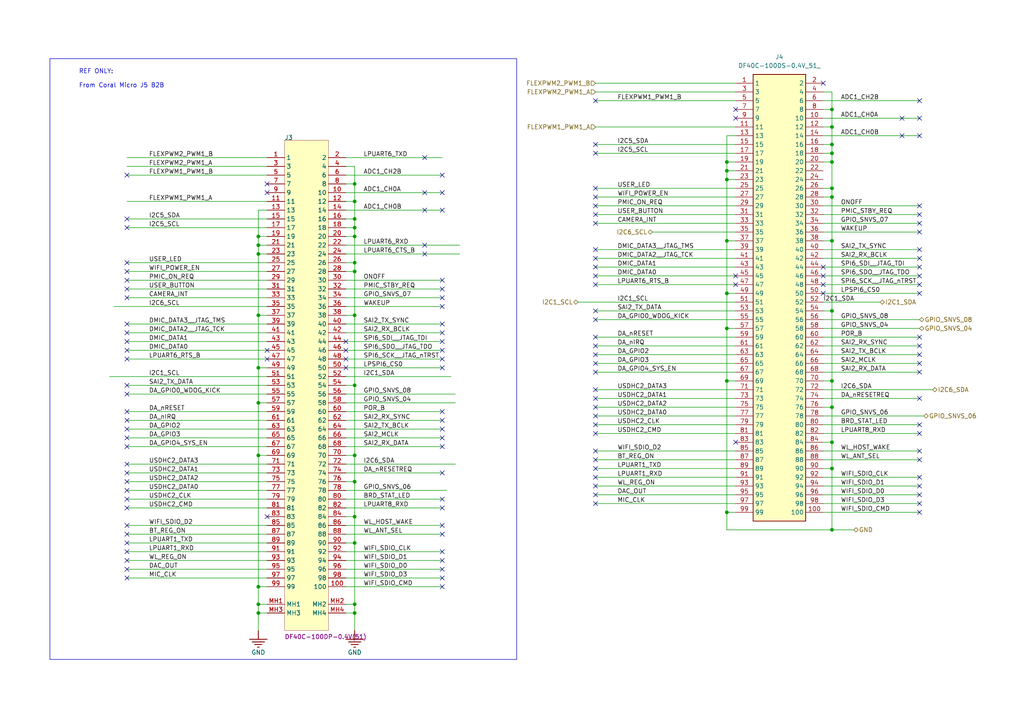
<source format=kicad_sch>
(kicad_sch (version 20231120) (generator "eeschema") (generator_version "8.0")
  (paper "A4")
  (lib_symbols
    (symbol "00_parts_lib:DF40C-100DS-0.4V_51_"
      (property "Reference" "J" (at 21.59 7.62 0))
      (property "Value" "DF40C-100DS-0.4V_51_" (at 21.59 5.08 0))
      (symbol "DF40C-100DS-0.4V_51__1_1"
        (rectangle (start 5.08 2.54) (end 20.32 -127) (stroke (width 0.254)) (fill (type background)))
        (pin passive line (at 0 0 0) (length 5.08) (name "1") (number "1"))
        (pin passive line (at 25.4 -10.16 180) (length 5.08) (name "10") (number "10"))
        (pin passive line (at 25.4 -124.46 180) (length 5.08) (name "100") (number "100"))
        (pin passive line (at 0 -12.7 0) (length 5.08) (name "11") (number "11"))
        (pin passive line (at 25.4 -12.7 180) (length 5.08) (name "12") (number "12"))
        (pin passive line (at 0 -15.24 0) (length 5.08) (name "13") (number "13"))
        (pin passive line (at 25.4 -15.24 180) (length 5.08) (name "14") (number "14"))
        (pin passive line (at 0 -17.78 0) (length 5.08) (name "15") (number "15"))
        (pin passive line (at 25.4 -17.78 180) (length 5.08) (name "16") (number "16"))
        (pin passive line (at 0 -20.32 0) (length 5.08) (name "17") (number "17"))
        (pin passive line (at 25.4 -20.32 180) (length 5.08) (name "18") (number "18"))
        (pin passive line (at 0 -22.86 0) (length 5.08) (name "19") (number "19"))
        (pin passive line (at 25.4 0 180) (length 5.08) (name "2") (number "2"))
        (pin passive line (at 25.4 -22.86 180) (length 5.08) (name "20") (number "20"))
        (pin passive line (at 0 -25.4 0) (length 5.08) (name "21") (number "21"))
        (pin passive line (at 25.4 -25.4 180) (length 5.08) (name "22") (number "22"))
        (pin passive line (at 0 -27.94 0) (length 5.08) (name "23") (number "23"))
        (pin passive line (at 25.4 -27.94 180) (length 5.08) (name "24") (number "24"))
        (pin passive line (at 0 -30.48 0) (length 5.08) (name "25") (number "25"))
        (pin passive line (at 25.4 -30.48 180) (length 5.08) (name "26") (number "26"))
        (pin passive line (at 0 -33.02 0) (length 5.08) (name "27") (number "27"))
        (pin passive line (at 25.4 -33.02 180) (length 5.08) (name "28") (number "28"))
        (pin passive line (at 0 -35.56 0) (length 5.08) (name "29") (number "29"))
        (pin passive line (at 0 -2.54 0) (length 5.08) (name "3") (number "3"))
        (pin passive line (at 25.4 -35.56 180) (length 5.08) (name "30") (number "30"))
        (pin passive line (at 0 -38.1 0) (length 5.08) (name "31") (number "31"))
        (pin passive line (at 25.4 -38.1 180) (length 5.08) (name "32") (number "32"))
        (pin passive line (at 0 -40.64 0) (length 5.08) (name "33") (number "33"))
        (pin passive line (at 25.4 -40.64 180) (length 5.08) (name "34") (number "34"))
        (pin passive line (at 0 -43.18 0) (length 5.08) (name "35") (number "35"))
        (pin passive line (at 25.4 -43.18 180) (length 5.08) (name "36") (number "36"))
        (pin passive line (at 0 -45.72 0) (length 5.08) (name "37") (number "37"))
        (pin passive line (at 25.4 -45.72 180) (length 5.08) (name "38") (number "38"))
        (pin passive line (at 0 -48.26 0) (length 5.08) (name "39") (number "39"))
        (pin passive line (at 25.4 -2.54 180) (length 5.08) (name "4") (number "4"))
        (pin passive line (at 25.4 -48.26 180) (length 5.08) (name "40") (number "40"))
        (pin passive line (at 0 -50.8 0) (length 5.08) (name "41") (number "41"))
        (pin passive line (at 25.4 -50.8 180) (length 5.08) (name "42") (number "42"))
        (pin passive line (at 0 -53.34 0) (length 5.08) (name "43") (number "43"))
        (pin passive line (at 25.4 -53.34 180) (length 5.08) (name "44") (number "44"))
        (pin passive line (at 0 -55.88 0) (length 5.08) (name "45") (number "45"))
        (pin passive line (at 25.4 -55.88 180) (length 5.08) (name "46") (number "46"))
        (pin passive line (at 0 -58.42 0) (length 5.08) (name "47") (number "47"))
        (pin passive line (at 25.4 -58.42 180) (length 5.08) (name "48") (number "48"))
        (pin passive line (at 0 -60.96 0) (length 5.08) (name "49") (number "49"))
        (pin passive line (at 0 -5.08 0) (length 5.08) (name "5") (number "5"))
        (pin passive line (at 25.4 -60.96 180) (length 5.08) (name "50") (number "50"))
        (pin passive line (at 0 -63.5 0) (length 5.08) (name "51") (number "51"))
        (pin passive line (at 25.4 -63.5 180) (length 5.08) (name "52") (number "52"))
        (pin passive line (at 0 -66.04 0) (length 5.08) (name "53") (number "53"))
        (pin passive line (at 25.4 -66.04 180) (length 5.08) (name "54") (number "54"))
        (pin passive line (at 0 -68.58 0) (length 5.08) (name "55") (number "55"))
        (pin passive line (at 25.4 -68.58 180) (length 5.08) (name "56") (number "56"))
        (pin passive line (at 0 -71.12 0) (length 5.08) (name "57") (number "57"))
        (pin passive line (at 25.4 -71.12 180) (length 5.08) (name "58") (number "58"))
        (pin passive line (at 0 -73.66 0) (length 5.08) (name "59") (number "59"))
        (pin passive line (at 25.4 -5.08 180) (length 5.08) (name "6") (number "6"))
        (pin passive line (at 25.4 -73.66 180) (length 5.08) (name "60") (number "60"))
        (pin passive line (at 0 -76.2 0) (length 5.08) (name "61") (number "61"))
        (pin passive line (at 25.4 -76.2 180) (length 5.08) (name "62") (number "62"))
        (pin passive line (at 0 -78.74 0) (length 5.08) (name "63") (number "63"))
        (pin passive line (at 25.4 -78.74 180) (length 5.08) (name "64") (number "64"))
        (pin passive line (at 0 -81.28 0) (length 5.08) (name "65") (number "65"))
        (pin passive line (at 25.4 -81.28 180) (length 5.08) (name "66") (number "66"))
        (pin passive line (at 0 -83.82 0) (length 5.08) (name "67") (number "67"))
        (pin passive line (at 25.4 -83.82 180) (length 5.08) (name "68") (number "68"))
        (pin passive line (at 0 -86.36 0) (length 5.08) (name "69") (number "69"))
        (pin passive line (at 0 -7.62 0) (length 5.08) (name "7") (number "7"))
        (pin passive line (at 25.4 -86.36 180) (length 5.08) (name "70") (number "70"))
        (pin passive line (at 0 -88.9 0) (length 5.08) (name "71") (number "71"))
        (pin passive line (at 25.4 -88.9 180) (length 5.08) (name "72") (number "72"))
        (pin passive line (at 0 -91.44 0) (length 5.08) (name "73") (number "73"))
        (pin passive line (at 25.4 -91.44 180) (length 5.08) (name "74") (number "74"))
        (pin passive line (at 0 -93.98 0) (length 5.08) (name "75") (number "75"))
        (pin passive line (at 25.4 -93.98 180) (length 5.08) (name "76") (number "76"))
        (pin passive line (at 0 -96.52 0) (length 5.08) (name "77") (number "77"))
        (pin passive line (at 25.4 -96.52 180) (length 5.08) (name "78") (number "78"))
        (pin passive line (at 0 -99.06 0) (length 5.08) (name "79") (number "79"))
        (pin passive line (at 25.4 -7.62 180) (length 5.08) (name "8") (number "8"))
        (pin passive line (at 25.4 -99.06 180) (length 5.08) (name "80") (number "80"))
        (pin passive line (at 0 -101.6 0) (length 5.08) (name "81") (number "81"))
        (pin passive line (at 25.4 -101.6 180) (length 5.08) (name "82") (number "82"))
        (pin passive line (at 0 -104.14 0) (length 5.08) (name "83") (number "83"))
        (pin passive line (at 25.4 -104.14 180) (length 5.08) (name "84") (number "84"))
        (pin passive line (at 0 -106.68 0) (length 5.08) (name "85") (number "85"))
        (pin passive line (at 25.4 -106.68 180) (length 5.08) (name "86") (number "86"))
        (pin passive line (at 0 -109.22 0) (length 5.08) (name "87") (number "87"))
        (pin passive line (at 25.4 -109.22 180) (length 5.08) (name "88") (number "88"))
        (pin passive line (at 0 -111.76 0) (length 5.08) (name "89") (number "89"))
        (pin passive line (at 0 -10.16 0) (length 5.08) (name "9") (number "9"))
        (pin passive line (at 25.4 -111.76 180) (length 5.08) (name "90") (number "90"))
        (pin passive line (at 0 -114.3 0) (length 5.08) (name "91") (number "91"))
        (pin passive line (at 25.4 -114.3 180) (length 5.08) (name "92") (number "92"))
        (pin passive line (at 0 -116.84 0) (length 5.08) (name "93") (number "93"))
        (pin passive line (at 25.4 -116.84 180) (length 5.08) (name "94") (number "94"))
        (pin passive line (at 0 -119.38 0) (length 5.08) (name "95") (number "95"))
        (pin passive line (at 25.4 -119.38 180) (length 5.08) (name "96") (number "96"))
        (pin passive line (at 0 -121.92 0) (length 5.08) (name "97") (number "97"))
        (pin passive line (at 25.4 -121.92 180) (length 5.08) (name "98") (number "98"))
        (pin passive line (at 0 -124.46 0) (length 5.08) (name "99") (number "99"))
      )
    )
    (symbol "08 B2B-altium-import:GND_POWER_GROUND" (power)
      (property "Reference" "#PWR" (at 0 0 0))
      (property "Value" "GND" (at 0 6.35 0))
      (symbol "GND_POWER_GROUND_0_0"
        (polyline (pts (xy -2.54 -2.54) (xy 2.54 -2.54)) (stroke (width 0.254)))
        (polyline (pts (xy -1.778 -3.302) (xy 1.778 -3.302)) (stroke (width 0.254)))
        (polyline (pts (xy -1.016 -4.064) (xy 1.016 -4.064)) (stroke (width 0.254)))
        (polyline (pts (xy -0.254 -4.826) (xy 0.254 -4.826)) (stroke (width 0.254)))
        (polyline (pts (xy 0 0) (xy 0 -2.54)) (stroke (width 0.254)))
        (pin power_in line (at 0 0 0) (length 0) hide (name "GND") (number ""))
      )
    )
    (symbol "08 B2B-altium-import:root_0___Template_Connector_2X50_4MH"
      (symbol "root_0___Template_Connector_2X50_4MH_1_0"
        (rectangle (start 12.7 0) (end 0 -142.24) (stroke (width 0.0254) (color 128 0 0 1)) (fill (type background)))
        (pin passive line (at -5.08 -5.08 0) (length 5.08) (name "1") (number "1"))
        (pin passive line (at 17.78 -15.24 180) (length 5.08) (name "10") (number "10"))
        (pin passive line (at 17.78 -129.54 180) (length 5.08) (name "100") (number "100"))
        (pin passive line (at -5.08 -17.78 0) (length 5.08) (name "11") (number "11"))
        (pin passive line (at 17.78 -17.78 180) (length 5.08) (name "12") (number "12"))
        (pin passive line (at -5.08 -20.32 0) (length 5.08) (name "13") (number "13"))
        (pin passive line (at 17.78 -20.32 180) (length 5.08) (name "14") (number "14"))
        (pin passive line (at -5.08 -22.86 0) (length 5.08) (name "15") (number "15"))
        (pin passive line (at 17.78 -22.86 180) (length 5.08) (name "16") (number "16"))
        (pin passive line (at -5.08 -25.4 0) (length 5.08) (name "17") (number "17"))
        (pin passive line (at 17.78 -25.4 180) (length 5.08) (name "18") (number "18"))
        (pin passive line (at -5.08 -27.94 0) (length 5.08) (name "19") (number "19"))
        (pin passive line (at 17.78 -5.08 180) (length 5.08) (name "2") (number "2"))
        (pin passive line (at 17.78 -27.94 180) (length 5.08) (name "20") (number "20"))
        (pin passive line (at -5.08 -30.48 0) (length 5.08) (name "21") (number "21"))
        (pin passive line (at 17.78 -30.48 180) (length 5.08) (name "22") (number "22"))
        (pin passive line (at -5.08 -33.02 0) (length 5.08) (name "23") (number "23"))
        (pin passive line (at 17.78 -33.02 180) (length 5.08) (name "24") (number "24"))
        (pin passive line (at -5.08 -35.56 0) (length 5.08) (name "25") (number "25"))
        (pin passive line (at 17.78 -35.56 180) (length 5.08) (name "26") (number "26"))
        (pin passive line (at -5.08 -38.1 0) (length 5.08) (name "27") (number "27"))
        (pin passive line (at 17.78 -38.1 180) (length 5.08) (name "28") (number "28"))
        (pin passive line (at -5.08 -40.64 0) (length 5.08) (name "29") (number "29"))
        (pin passive line (at -5.08 -7.62 0) (length 5.08) (name "3") (number "3"))
        (pin passive line (at 17.78 -40.64 180) (length 5.08) (name "30") (number "30"))
        (pin passive line (at -5.08 -43.18 0) (length 5.08) (name "31") (number "31"))
        (pin passive line (at 17.78 -43.18 180) (length 5.08) (name "32") (number "32"))
        (pin passive line (at -5.08 -45.72 0) (length 5.08) (name "33") (number "33"))
        (pin passive line (at 17.78 -45.72 180) (length 5.08) (name "34") (number "34"))
        (pin passive line (at -5.08 -48.26 0) (length 5.08) (name "35") (number "35"))
        (pin passive line (at 17.78 -48.26 180) (length 5.08) (name "36") (number "36"))
        (pin passive line (at -5.08 -50.8 0) (length 5.08) (name "37") (number "37"))
        (pin passive line (at 17.78 -50.8 180) (length 5.08) (name "38") (number "38"))
        (pin passive line (at -5.08 -53.34 0) (length 5.08) (name "39") (number "39"))
        (pin passive line (at 17.78 -7.62 180) (length 5.08) (name "4") (number "4"))
        (pin passive line (at 17.78 -53.34 180) (length 5.08) (name "40") (number "40"))
        (pin passive line (at -5.08 -55.88 0) (length 5.08) (name "41") (number "41"))
        (pin passive line (at 17.78 -55.88 180) (length 5.08) (name "42") (number "42"))
        (pin passive line (at -5.08 -58.42 0) (length 5.08) (name "43") (number "43"))
        (pin passive line (at 17.78 -58.42 180) (length 5.08) (name "44") (number "44"))
        (pin passive line (at -5.08 -60.96 0) (length 5.08) (name "45") (number "45"))
        (pin passive line (at 17.78 -60.96 180) (length 5.08) (name "46") (number "46"))
        (pin passive line (at -5.08 -63.5 0) (length 5.08) (name "47") (number "47"))
        (pin passive line (at 17.78 -63.5 180) (length 5.08) (name "48") (number "48"))
        (pin passive line (at -5.08 -66.04 0) (length 5.08) (name "49") (number "49"))
        (pin passive line (at -5.08 -10.16 0) (length 5.08) (name "5") (number "5"))
        (pin passive line (at 17.78 -66.04 180) (length 5.08) (name "50") (number "50"))
        (pin passive line (at -5.08 -68.58 0) (length 5.08) (name "51") (number "51"))
        (pin passive line (at 17.78 -68.58 180) (length 5.08) (name "52") (number "52"))
        (pin passive line (at -5.08 -71.12 0) (length 5.08) (name "53") (number "53"))
        (pin passive line (at 17.78 -71.12 180) (length 5.08) (name "54") (number "54"))
        (pin passive line (at -5.08 -73.66 0) (length 5.08) (name "55") (number "55"))
        (pin passive line (at 17.78 -73.66 180) (length 5.08) (name "56") (number "56"))
        (pin passive line (at -5.08 -76.2 0) (length 5.08) (name "57") (number "57"))
        (pin passive line (at 17.78 -76.2 180) (length 5.08) (name "58") (number "58"))
        (pin passive line (at -5.08 -78.74 0) (length 5.08) (name "59") (number "59"))
        (pin passive line (at 17.78 -10.16 180) (length 5.08) (name "6") (number "6"))
        (pin passive line (at 17.78 -78.74 180) (length 5.08) (name "60") (number "60"))
        (pin passive line (at -5.08 -81.28 0) (length 5.08) (name "61") (number "61"))
        (pin passive line (at 17.78 -81.28 180) (length 5.08) (name "62") (number "62"))
        (pin passive line (at -5.08 -83.82 0) (length 5.08) (name "63") (number "63"))
        (pin passive line (at 17.78 -83.82 180) (length 5.08) (name "64") (number "64"))
        (pin passive line (at -5.08 -86.36 0) (length 5.08) (name "65") (number "65"))
        (pin passive line (at 17.78 -86.36 180) (length 5.08) (name "66") (number "66"))
        (pin passive line (at -5.08 -88.9 0) (length 5.08) (name "67") (number "67"))
        (pin passive line (at 17.78 -88.9 180) (length 5.08) (name "68") (number "68"))
        (pin passive line (at -5.08 -91.44 0) (length 5.08) (name "69") (number "69"))
        (pin passive line (at -5.08 -12.7 0) (length 5.08) (name "7") (number "7"))
        (pin passive line (at 17.78 -91.44 180) (length 5.08) (name "70") (number "70"))
        (pin passive line (at -5.08 -93.98 0) (length 5.08) (name "71") (number "71"))
        (pin passive line (at 17.78 -93.98 180) (length 5.08) (name "72") (number "72"))
        (pin passive line (at -5.08 -96.52 0) (length 5.08) (name "73") (number "73"))
        (pin passive line (at 17.78 -96.52 180) (length 5.08) (name "74") (number "74"))
        (pin passive line (at -5.08 -99.06 0) (length 5.08) (name "75") (number "75"))
        (pin passive line (at 17.78 -99.06 180) (length 5.08) (name "76") (number "76"))
        (pin passive line (at -5.08 -101.6 0) (length 5.08) (name "77") (number "77"))
        (pin passive line (at 17.78 -101.6 180) (length 5.08) (name "78") (number "78"))
        (pin passive line (at -5.08 -104.14 0) (length 5.08) (name "79") (number "79"))
        (pin passive line (at 17.78 -12.7 180) (length 5.08) (name "8") (number "8"))
        (pin passive line (at 17.78 -104.14 180) (length 5.08) (name "80") (number "80"))
        (pin passive line (at -5.08 -106.68 0) (length 5.08) (name "81") (number "81"))
        (pin passive line (at 17.78 -106.68 180) (length 5.08) (name "82") (number "82"))
        (pin passive line (at -5.08 -109.22 0) (length 5.08) (name "83") (number "83"))
        (pin passive line (at 17.78 -109.22 180) (length 5.08) (name "84") (number "84"))
        (pin passive line (at -5.08 -111.76 0) (length 5.08) (name "85") (number "85"))
        (pin passive line (at 17.78 -111.76 180) (length 5.08) (name "86") (number "86"))
        (pin passive line (at -5.08 -114.3 0) (length 5.08) (name "87") (number "87"))
        (pin passive line (at 17.78 -114.3 180) (length 5.08) (name "88") (number "88"))
        (pin passive line (at -5.08 -116.84 0) (length 5.08) (name "89") (number "89"))
        (pin passive line (at -5.08 -15.24 0) (length 5.08) (name "9") (number "9"))
        (pin passive line (at 17.78 -116.84 180) (length 5.08) (name "90") (number "90"))
        (pin passive line (at -5.08 -119.38 0) (length 5.08) (name "91") (number "91"))
        (pin passive line (at 17.78 -119.38 180) (length 5.08) (name "92") (number "92"))
        (pin passive line (at -5.08 -121.92 0) (length 5.08) (name "93") (number "93"))
        (pin passive line (at 17.78 -121.92 180) (length 5.08) (name "94") (number "94"))
        (pin passive line (at -5.08 -124.46 0) (length 5.08) (name "95") (number "95"))
        (pin passive line (at 17.78 -124.46 180) (length 5.08) (name "96") (number "96"))
        (pin passive line (at -5.08 -127 0) (length 5.08) (name "97") (number "97"))
        (pin passive line (at 17.78 -127 180) (length 5.08) (name "98") (number "98"))
        (pin passive line (at -5.08 -129.54 0) (length 5.08) (name "99") (number "99"))
        (pin passive line (at -5.08 -134.62 0) (length 5.08) (name "MH1") (number "MH1"))
        (pin passive line (at 17.78 -134.62 180) (length 5.08) (name "MH2") (number "MH2"))
        (pin passive line (at -5.08 -137.16 0) (length 5.08) (name "MH3") (number "MH3"))
        (pin passive line (at 17.78 -137.16 180) (length 5.08) (name "MH4") (number "MH4"))
      )
    )
  )
  (junction (at 241.3 69.85))
  (junction (at 74.93 106.68))
  (junction (at 241.3 128.27))
  (junction (at 241.3 46.99))
  (junction (at 74.93 177.8))
  (junction (at 102.87 53.34))
  (junction (at 210.82 46.99))
  (junction (at 241.3 41.91))
  (junction (at 241.3 54.61))
  (junction (at 102.87 76.2))
  (junction (at 210.82 52.07))
  (junction (at 241.3 36.83))
  (junction (at 102.87 91.44))
  (junction (at 241.3 118.11))
  (junction (at 210.82 148.59))
  (junction (at 241.3 135.89))
  (junction (at 210.82 110.49))
  (junction (at 102.87 139.7))
  (junction (at 102.87 66.04))
  (junction (at 241.3 153.67))
  (junction (at 102.87 149.86))
  (junction (at 74.93 73.66))
  (junction (at 74.93 71.12))
  (junction (at 102.87 175.26))
  (junction (at 102.87 177.8))
  (junction (at 74.93 132.08))
  (junction (at 74.93 116.84))
  (junction (at 241.3 31.75))
  (junction (at 241.3 44.45))
  (junction (at 74.93 170.18))
  (junction (at 102.87 58.42))
  (junction (at 74.93 91.44))
  (junction (at 102.87 78.74))
  (junction (at 74.93 175.26))
  (junction (at 210.82 69.85))
  (junction (at 210.82 85.09))
  (junction (at 241.3 110.49))
  (junction (at 102.87 63.5))
  (junction (at 102.87 68.58))
  (junction (at 102.87 132.08))
  (junction (at 210.82 95.25))
  (junction (at 241.3 57.15))
  (junction (at 102.87 157.48))
  (junction (at 74.93 68.58))
  (junction (at 210.82 49.53))
  (junction (at 241.3 90.17))
  (junction (at 102.87 111.76))
  (no_connect (at 128.27 99.06))
  (no_connect (at 128.27 93.98))
  (no_connect (at 128.27 154.94))
  (no_connect (at 172.72 135.89))
  (no_connect (at 172.72 125.73))
  (no_connect (at 213.36 82.55))
  (no_connect (at 128.27 129.54))
  (no_connect (at 172.72 118.11))
  (no_connect (at 213.36 80.01))
  (no_connect (at 128.27 160.02))
  (no_connect (at 213.36 128.27))
  (no_connect (at 172.72 29.21))
  (no_connect (at 36.83 167.64))
  (no_connect (at 36.83 66.04))
  (no_connect (at 36.83 162.56))
  (no_connect (at 36.83 111.76))
  (no_connect (at 266.7 29.21))
  (no_connect (at 128.27 167.64))
  (no_connect (at 238.76 77.47))
  (no_connect (at 36.83 50.8))
  (no_connect (at 36.83 119.38))
  (no_connect (at 36.83 134.62))
  (no_connect (at 266.7 102.87))
  (no_connect (at 266.7 97.79))
  (no_connect (at 266.7 143.51))
  (no_connect (at 266.7 82.55))
  (no_connect (at 266.7 107.95))
  (no_connect (at 128.27 86.36))
  (no_connect (at 266.7 62.23))
  (no_connect (at 123.19 60.96))
  (no_connect (at 238.76 80.01))
  (no_connect (at 266.7 59.69))
  (no_connect (at 36.83 160.02))
  (no_connect (at 36.83 76.2))
  (no_connect (at 36.83 139.7))
  (no_connect (at 266.7 85.09))
  (no_connect (at 172.72 107.95))
  (no_connect (at 266.7 64.77))
  (no_connect (at 128.27 50.8))
  (no_connect (at 172.72 54.61))
  (no_connect (at 128.27 106.68))
  (no_connect (at 128.27 88.9))
  (no_connect (at 172.72 74.93))
  (no_connect (at 77.47 101.6))
  (no_connect (at 266.7 115.57))
  (no_connect (at 128.27 60.96))
  (no_connect (at 100.33 104.14))
  (no_connect (at 172.72 146.05))
  (no_connect (at 266.7 125.73))
  (no_connect (at 266.7 72.39))
  (no_connect (at 77.47 55.88))
  (no_connect (at 266.7 80.01))
  (no_connect (at 266.7 100.33))
  (no_connect (at 36.83 152.4))
  (no_connect (at 266.7 74.93))
  (no_connect (at 36.83 147.32))
  (no_connect (at 36.83 137.16))
  (no_connect (at 128.27 152.4))
  (no_connect (at 128.27 96.52))
  (no_connect (at 172.72 113.03))
  (no_connect (at 128.27 162.56))
  (no_connect (at 238.76 24.13))
  (no_connect (at 172.72 143.51))
  (no_connect (at 266.7 148.59))
  (no_connect (at 172.72 59.69))
  (no_connect (at 172.72 80.01))
  (no_connect (at 36.83 78.74))
  (no_connect (at 172.72 64.77))
  (no_connect (at 128.27 83.82))
  (no_connect (at 261.62 39.37))
  (no_connect (at 172.72 90.17))
  (no_connect (at 36.83 93.98))
  (no_connect (at 172.72 41.91))
  (no_connect (at 172.72 100.33))
  (no_connect (at 123.19 73.66))
  (no_connect (at 172.72 133.35))
  (no_connect (at 128.27 165.1))
  (no_connect (at 100.33 106.68))
  (no_connect (at 266.7 34.29))
  (no_connect (at 123.19 55.88))
  (no_connect (at 128.27 137.16))
  (no_connect (at 213.36 34.29))
  (no_connect (at 172.72 102.87))
  (no_connect (at 100.33 101.6))
  (no_connect (at 172.72 92.71))
  (no_connect (at 128.27 119.38))
  (no_connect (at 36.83 81.28))
  (no_connect (at 172.72 62.23))
  (no_connect (at 266.7 123.19))
  (no_connect (at 128.27 55.88))
  (no_connect (at 128.27 147.32))
  (no_connect (at 238.76 82.55))
  (no_connect (at 172.72 105.41))
  (no_connect (at 77.47 104.14))
  (no_connect (at 172.72 130.81))
  (no_connect (at 128.27 121.92))
  (no_connect (at 36.83 99.06))
  (no_connect (at 172.72 77.47))
  (no_connect (at 172.72 82.55))
  (no_connect (at 266.7 146.05))
  (no_connect (at 36.83 114.3))
  (no_connect (at 128.27 81.28))
  (no_connect (at 36.83 144.78))
  (no_connect (at 128.27 170.18))
  (no_connect (at 36.83 124.46))
  (no_connect (at 213.36 31.75))
  (no_connect (at 172.72 138.43))
  (no_connect (at 172.72 57.15))
  (no_connect (at 172.72 72.39))
  (no_connect (at 172.72 115.57))
  (no_connect (at 123.19 71.12))
  (no_connect (at 238.76 85.09))
  (no_connect (at 36.83 165.1))
  (no_connect (at 128.27 124.46))
  (no_connect (at 36.83 154.94))
  (no_connect (at 266.7 133.35))
  (no_connect (at 128.27 101.6))
  (no_connect (at 36.83 86.36))
  (no_connect (at 172.72 97.79))
  (no_connect (at 36.83 63.5))
  (no_connect (at 172.72 140.97))
  (no_connect (at 36.83 96.52))
  (no_connect (at 261.62 34.29))
  (no_connect (at 172.72 120.65))
  (no_connect (at 128.27 144.78))
  (no_connect (at 36.83 83.82))
  (no_connect (at 123.19 45.72))
  (no_connect (at 36.83 101.6))
  (no_connect (at 36.83 157.48))
  (no_connect (at 128.27 127))
  (no_connect (at 77.47 53.34))
  (no_connect (at 36.83 129.54))
  (no_connect (at 266.7 140.97))
  (no_connect (at 36.83 142.24))
  (no_connect (at 36.83 121.92))
  (no_connect (at 100.33 99.06))
  (no_connect (at 266.7 39.37))
  (no_connect (at 36.83 104.14))
  (no_connect (at 128.27 104.14))
  (no_connect (at 172.72 44.45))
  (no_connect (at 266.7 105.41))
  (no_connect (at 36.83 127))
  (no_connect (at 266.7 138.43))
  (no_connect (at 266.7 77.47))
  (no_connect (at 172.72 123.19))
  (no_connect (at 77.47 149.86))
  (no_connect (at 266.7 130.81))
  (no_connect (at 266.7 67.31))
  (wire (pts (xy 238.76 31.75) (xy 241.3 31.75)))
  (wire (pts (xy 33.02 88.9) (xy 77.47 88.9)))
  (wire (pts (xy 210.82 148.59) (xy 213.36 148.59)))
  (wire (pts (xy 100.33 58.42) (xy 102.87 58.42)))
  (wire (pts (xy 266.7 138.43) (xy 238.76 138.43)))
  (wire (pts (xy 213.36 39.37) (xy 210.82 39.37)))
  (wire (pts (xy 210.82 95.25) (xy 213.36 95.25)))
  (wire (pts (xy 266.7 34.29) (xy 238.76 34.29)))
  (wire (pts (xy 266.7 80.01) (xy 238.76 80.01)))
  (wire (pts (xy 172.72 24.13) (xy 213.36 24.13)))
  (wire (pts (xy 74.93 91.44) (xy 77.47 91.44)))
  (wire (pts (xy 74.93 116.84) (xy 74.93 132.08)))
  (wire (pts (xy 102.87 66.04) (xy 102.87 68.58)))
  (wire (pts (xy 172.72 29.21) (xy 213.36 29.21)))
  (wire (pts (xy 74.93 60.96) (xy 74.93 68.58)))
  (wire (pts (xy 266.7 133.35) (xy 238.76 133.35)))
  (wire (pts (xy 266.7 125.73) (xy 238.76 125.73)))
  (wire (pts (xy 266.7 105.41) (xy 238.76 105.41)))
  (wire (pts (xy 128.27 93.98) (xy 100.33 93.98)))
  (wire (pts (xy 77.47 60.96) (xy 74.93 60.96)))
  (wire (pts (xy 266.7 62.23) (xy 238.76 62.23)))
  (wire (pts (xy 238.76 54.61) (xy 241.3 54.61)))
  (wire (pts (xy 102.87 177.8) (xy 102.87 182.88)))
  (wire (pts (xy 172.72 143.51) (xy 213.36 143.51)))
  (wire (pts (xy 132.08 116.84) (xy 100.33 116.84)))
  (wire (pts (xy 266.7 67.31) (xy 238.76 67.31)))
  (wire (pts (xy 266.7 140.97) (xy 238.76 140.97)))
  (wire (pts (xy 36.83 63.5) (xy 77.47 63.5)))
  (wire (pts (xy 100.33 132.08) (xy 102.87 132.08)))
  (wire (pts (xy 266.7 72.39) (xy 238.76 72.39)))
  (wire (pts (xy 213.36 118.11) (xy 172.72 118.11)))
  (wire (pts (xy 266.7 123.19) (xy 238.76 123.19)))
  (wire (pts (xy 266.7 64.77) (xy 238.76 64.77)))
  (wire (pts (xy 100.33 157.48) (xy 102.87 157.48)))
  (wire (pts (xy 128.27 101.6) (xy 100.33 101.6)))
  (wire (pts (xy 77.47 177.8) (xy 74.93 177.8)))
  (wire (pts (xy 128.27 147.32) (xy 100.33 147.32)))
  (wire (pts (xy 129.54 142.24) (xy 100.33 142.24)))
  (wire (pts (xy 100.33 78.74) (xy 102.87 78.74)))
  (wire (pts (xy 77.47 175.26) (xy 74.93 175.26)))
  (wire (pts (xy 36.83 137.16) (xy 77.47 137.16)))
  (wire (pts (xy 167.64 87.63) (xy 213.36 87.63)))
  (wire (pts (xy 210.82 39.37) (xy 210.82 46.99)))
  (wire (pts (xy 241.3 128.27) (xy 241.3 135.89)))
  (wire (pts (xy 74.93 71.12) (xy 74.93 73.66)))
  (wire (pts (xy 210.82 69.85) (xy 213.36 69.85)))
  (wire (pts (xy 36.83 129.54) (xy 77.47 129.54)))
  (wire (pts (xy 77.47 147.32) (xy 36.83 147.32)))
  (wire (pts (xy 172.72 92.71) (xy 213.36 92.71)))
  (wire (pts (xy 266.7 148.59) (xy 238.76 148.59)))
  (wire (pts (xy 77.47 139.7) (xy 36.83 139.7)))
  (wire (pts (xy 36.83 76.2) (xy 77.47 76.2)))
  (wire (pts (xy 128.27 96.52) (xy 100.33 96.52)))
  (wire (pts (xy 172.72 57.15) (xy 213.36 57.15)))
  (wire (pts (xy 266.7 146.05) (xy 238.76 146.05)))
  (wire (pts (xy 100.33 149.86) (xy 102.87 149.86)))
  (wire (pts (xy 267.97 120.65) (xy 238.76 120.65)))
  (wire (pts (xy 210.82 85.09) (xy 210.82 95.25)))
  (wire (pts (xy 77.47 154.94) (xy 36.83 154.94)))
  (wire (pts (xy 36.83 93.98) (xy 77.47 93.98)))
  (wire (pts (xy 172.72 115.57) (xy 213.36 115.57)))
  (wire (pts (xy 74.93 177.8) (xy 74.93 182.88)))
  (wire (pts (xy 102.87 139.7) (xy 102.87 149.86)))
  (wire (pts (xy 266.7 95.25) (xy 238.76 95.25)))
  (wire (pts (xy 36.83 114.3) (xy 77.47 114.3)))
  (wire (pts (xy 238.76 135.89) (xy 241.3 135.89)))
  (wire (pts (xy 128.27 162.56) (xy 100.33 162.56)))
  (wire (pts (xy 241.3 41.91) (xy 241.3 44.45)))
  (wire (pts (xy 238.76 69.85) (xy 241.3 69.85)))
  (wire (pts (xy 128.27 50.8) (xy 100.33 50.8)))
  (wire (pts (xy 238.76 128.27) (xy 241.3 128.27)))
  (wire (pts (xy 266.7 100.33) (xy 238.76 100.33)))
  (wire (pts (xy 266.7 97.79) (xy 238.76 97.79)))
  (wire (pts (xy 100.33 48.26) (xy 102.87 48.26)))
  (wire (pts (xy 213.36 120.65) (xy 172.72 120.65)))
  (wire (pts (xy 241.3 31.75) (xy 241.3 36.83)))
  (wire (pts (xy 74.93 116.84) (xy 77.47 116.84)))
  (wire (pts (xy 36.83 124.46) (xy 77.47 124.46)))
  (wire (pts (xy 77.47 106.68) (xy 74.93 106.68)))
  (wire (pts (xy 77.47 58.42) (xy 36.83 58.42)))
  (wire (pts (xy 266.7 143.51) (xy 238.76 143.51)))
  (wire (pts (xy 36.83 104.14) (xy 77.47 104.14)))
  (wire (pts (xy 172.72 123.19) (xy 213.36 123.19)))
  (wire (pts (xy 266.7 29.21) (xy 238.76 29.21)))
  (wire (pts (xy 128.27 55.88) (xy 100.33 55.88)))
  (wire (pts (xy 102.87 76.2) (xy 102.87 78.74)))
  (wire (pts (xy 100.33 63.5) (xy 102.87 63.5)))
  (wire (pts (xy 100.33 53.34) (xy 102.87 53.34)))
  (wire (pts (xy 172.72 140.97) (xy 213.36 140.97)))
  (wire (pts (xy 241.3 54.61) (xy 241.3 57.15)))
  (wire (pts (xy 266.7 102.87) (xy 238.76 102.87)))
  (wire (pts (xy 102.87 53.34) (xy 102.87 58.42)))
  (wire (pts (xy 266.7 39.37) (xy 238.76 39.37)))
  (wire (pts (xy 213.36 110.49) (xy 210.82 110.49)))
  (wire (pts (xy 213.36 62.23) (xy 172.72 62.23)))
  (wire (pts (xy 132.08 134.62) (xy 100.33 134.62)))
  (wire (pts (xy 238.76 118.11) (xy 241.3 118.11)))
  (wire (pts (xy 36.83 101.6) (xy 77.47 101.6)))
  (wire (pts (xy 172.72 97.79) (xy 213.36 97.79)))
  (wire (pts (xy 241.3 90.17) (xy 241.3 110.49)))
  (wire (pts (xy 241.3 153.67) (xy 247.65 153.67)))
  (wire (pts (xy 172.72 90.17) (xy 213.36 90.17)))
  (wire (pts (xy 172.72 102.87) (xy 213.36 102.87)))
  (wire (pts (xy 213.36 49.53) (xy 210.82 49.53)))
  (wire (pts (xy 100.33 139.7) (xy 102.87 139.7)))
  (wire (pts (xy 172.72 100.33) (xy 213.36 100.33)))
  (wire (pts (xy 36.83 81.28) (xy 77.47 81.28)))
  (wire (pts (xy 266.7 59.69) (xy 238.76 59.69)))
  (wire (pts (xy 74.93 68.58) (xy 74.93 71.12)))
  (wire (pts (xy 270.51 113.03) (xy 238.76 113.03)))
  (wire (pts (xy 238.76 57.15) (xy 241.3 57.15)))
  (wire (pts (xy 100.33 66.04) (xy 102.87 66.04)))
  (wire (pts (xy 36.83 165.1) (xy 77.47 165.1)))
  (wire (pts (xy 36.83 167.64) (xy 77.47 167.64)))
  (wire (pts (xy 172.72 77.47) (xy 213.36 77.47)))
  (wire (pts (xy 172.72 72.39) (xy 213.36 72.39)))
  (wire (pts (xy 213.36 52.07) (xy 210.82 52.07)))
  (wire (pts (xy 266.7 85.09) (xy 238.76 85.09)))
  (wire (pts (xy 266.7 115.57) (xy 238.76 115.57)))
  (wire (pts (xy 128.27 167.64) (xy 100.33 167.64)))
  (wire (pts (xy 36.83 121.92) (xy 77.47 121.92)))
  (wire (pts (xy 241.3 46.99) (xy 241.3 54.61)))
  (wire (pts (xy 74.93 170.18) (xy 74.93 175.26)))
  (wire (pts (xy 238.76 110.49) (xy 241.3 110.49)))
  (wire (pts (xy 100.33 76.2) (xy 102.87 76.2)))
  (wire (pts (xy 172.72 105.41) (xy 213.36 105.41)))
  (wire (pts (xy 172.72 107.95) (xy 213.36 107.95)))
  (wire (pts (xy 102.87 68.58) (xy 102.87 76.2)))
  (wire (pts (xy 102.87 91.44) (xy 102.87 111.76)))
  (wire (pts (xy 266.7 74.93) (xy 238.76 74.93)))
  (wire (pts (xy 36.83 99.06) (xy 77.47 99.06)))
  (wire (pts (xy 36.83 111.76) (xy 77.47 111.76)))
  (wire (pts (xy 213.36 133.35) (xy 172.72 133.35)))
  (wire (pts (xy 266.7 107.95) (xy 238.76 107.95)))
  (wire (pts (xy 128.27 106.68) (xy 100.33 106.68)))
  (wire (pts (xy 266.7 92.71) (xy 238.76 92.71)))
  (wire (pts (xy 74.93 91.44) (xy 74.93 106.68)))
  (wire (pts (xy 213.36 46.99) (xy 210.82 46.99)))
  (wire (pts (xy 133.35 73.66) (xy 100.33 73.66)))
  (wire (pts (xy 102.87 132.08) (xy 102.87 139.7)))
  (wire (pts (xy 172.72 80.01) (xy 213.36 80.01)))
  (wire (pts (xy 102.87 111.76) (xy 102.87 132.08)))
  (wire (pts (xy 36.83 78.74) (xy 77.47 78.74)))
  (wire (pts (xy 128.27 129.54) (xy 100.33 129.54)))
  (wire (pts (xy 210.82 69.85) (xy 210.82 85.09)))
  (wire (pts (xy 213.36 125.73) (xy 172.72 125.73)))
  (wire (pts (xy 36.83 96.52) (xy 77.47 96.52)))
  (wire (pts (xy 172.72 59.69) (xy 213.36 59.69)))
  (wire (pts (xy 172.72 74.93) (xy 213.36 74.93)))
  (wire (pts (xy 172.72 135.89) (xy 213.36 135.89)))
  (wire (pts (xy 128.27 121.92) (xy 100.33 121.92)))
  (wire (pts (xy 128.27 104.14) (xy 100.33 104.14)))
  (wire (pts (xy 36.83 50.8) (xy 77.47 50.8)))
  (wire (pts (xy 77.47 73.66) (xy 74.93 73.66)))
  (wire (pts (xy 241.3 44.45) (xy 241.3 46.99)))
  (wire (pts (xy 128.27 165.1) (xy 100.33 165.1)))
  (wire (pts (xy 238.76 36.83) (xy 241.3 36.83)))
  (wire (pts (xy 36.83 160.02) (xy 77.47 160.02)))
  (wire (pts (xy 100.33 111.76) (xy 102.87 111.76)))
  (wire (pts (xy 102.87 149.86) (xy 102.87 157.48)))
  (wire (pts (xy 74.93 170.18) (xy 77.47 170.18)))
  (wire (pts (xy 77.47 83.82) (xy 36.83 83.82)))
  (wire (pts (xy 172.72 44.45) (xy 213.36 44.45)))
  (wire (pts (xy 128.27 99.06) (xy 100.33 99.06)))
  (wire (pts (xy 74.93 106.68) (xy 74.93 116.84)))
  (wire (pts (xy 241.3 110.49) (xy 241.3 118.11)))
  (wire (pts (xy 210.82 52.07) (xy 210.82 69.85)))
  (wire (pts (xy 128.27 144.78) (xy 100.33 144.78)))
  (wire (pts (xy 77.47 132.08) (xy 74.93 132.08)))
  (wire (pts (xy 172.72 82.55) (xy 213.36 82.55)))
  (wire (pts (xy 36.83 119.38) (xy 77.47 119.38)))
  (wire (pts (xy 128.27 127) (xy 100.33 127)))
  (wire (pts (xy 238.76 41.91) (xy 241.3 41.91)))
  (wire (pts (xy 102.87 48.26) (xy 102.87 53.34)))
  (wire (pts (xy 210.82 110.49) (xy 210.82 148.59)))
  (wire (pts (xy 266.7 82.55) (xy 238.76 82.55)))
  (wire (pts (xy 128.27 160.02) (xy 100.33 160.02)))
  (wire (pts (xy 241.3 135.89) (xy 241.3 153.67)))
  (wire (pts (xy 238.76 46.99) (xy 241.3 46.99)))
  (wire (pts (xy 210.82 148.59) (xy 210.82 153.67)))
  (wire (pts (xy 172.72 41.91) (xy 213.36 41.91)))
  (wire (pts (xy 102.87 78.74) (xy 102.87 91.44)))
  (wire (pts (xy 100.33 109.22) (xy 130.81 109.22)))
  (wire (pts (xy 77.47 71.12) (xy 74.93 71.12)))
  (wire (pts (xy 36.83 86.36) (xy 77.47 86.36)))
  (wire (pts (xy 128.27 88.9) (xy 100.33 88.9)))
  (wire (pts (xy 210.82 153.67) (xy 241.3 153.67)))
  (wire (pts (xy 241.3 26.67) (xy 241.3 31.75)))
  (wire (pts (xy 128.27 60.96) (xy 100.33 60.96)))
  (wire (pts (xy 238.76 44.45) (xy 241.3 44.45)))
  (wire (pts (xy 133.35 71.12) (xy 100.33 71.12)))
  (wire (pts (xy 36.83 127) (xy 77.47 127)))
  (wire (pts (xy 77.47 48.26) (xy 36.83 48.26)))
  (wire (pts (xy 128.27 83.82) (xy 100.33 83.82)))
  (wire (pts (xy 128.27 124.46) (xy 100.33 124.46)))
  (wire (pts (xy 189.23 67.31) (xy 213.36 67.31)))
  (wire (pts (xy 128.27 86.36) (xy 100.33 86.36)))
  (wire (pts (xy 128.27 137.16) (xy 100.33 137.16)))
  (wire (pts (xy 36.83 66.04) (xy 77.47 66.04)))
  (wire (pts (xy 128.27 152.4) (xy 100.33 152.4)))
  (wire (pts (xy 102.87 157.48) (xy 102.87 175.26)))
  (wire (pts (xy 241.3 36.83) (xy 241.3 41.91)))
  (wire (pts (xy 102.87 63.5) (xy 102.87 66.04)))
  (wire (pts (xy 74.93 175.26) (xy 74.93 177.8)))
  (wire (pts (xy 172.72 54.61) (xy 213.36 54.61)))
  (wire (pts (xy 172.72 146.05) (xy 213.36 146.05)))
  (wire (pts (xy 132.08 114.3) (xy 100.33 114.3)))
  (wire (pts (xy 210.82 95.25) (xy 210.82 110.49)))
  (wire (pts (xy 100.33 175.26) (xy 102.87 175.26)))
  (wire (pts (xy 172.72 113.03) (xy 213.36 113.03)))
  (wire (pts (xy 100.33 91.44) (xy 102.87 91.44)))
  (wire (pts (xy 36.83 144.78) (xy 77.47 144.78)))
  (wire (pts (xy 102.87 58.42) (xy 102.87 63.5)))
  (wire (pts (xy 128.27 154.94) (xy 100.33 154.94)))
  (wire (pts (xy 77.47 142.24) (xy 36.83 142.24)))
  (wire (pts (xy 210.82 46.99) (xy 210.82 49.53)))
  (wire (pts (xy 128.27 45.72) (xy 100.33 45.72)))
  (wire (pts (xy 36.83 162.56) (xy 77.47 162.56)))
  (wire (pts (xy 100.33 68.58) (xy 102.87 68.58)))
  (wire (pts (xy 102.87 175.26) (xy 102.87 177.8)))
  (wire (pts (xy 172.72 138.43) (xy 213.36 138.43)))
  (wire (pts (xy 241.3 118.11) (xy 241.3 128.27)))
  (wire (pts (xy 36.83 152.4) (xy 77.47 152.4)))
  (wire (pts (xy 213.36 26.67) (xy 172.72 26.67)))
  (wire (pts (xy 172.72 64.77) (xy 213.36 64.77)))
  (wire (pts (xy 36.83 134.62) (xy 77.47 134.62)))
  (wire (pts (xy 266.7 77.47) (xy 238.76 77.47)))
  (wire (pts (xy 100.33 177.8) (xy 102.87 177.8)))
  (wire (pts (xy 255.27 87.63) (xy 238.76 87.63)))
  (wire (pts (xy 238.76 26.67) (xy 241.3 26.67)))
  (wire (pts (xy 74.93 73.66) (xy 74.93 91.44)))
  (wire (pts (xy 74.93 132.08) (xy 74.93 170.18)))
  (wire (pts (xy 172.72 130.81) (xy 213.36 130.81)))
  (wire (pts (xy 36.83 45.72) (xy 77.47 45.72)))
  (wire (pts (xy 128.27 119.38) (xy 100.33 119.38)))
  (wire (pts (xy 77.47 68.58) (xy 74.93 68.58)))
  (wire (pts (xy 241.3 57.15) (xy 241.3 69.85)))
  (wire (pts (xy 128.27 170.18) (xy 100.33 170.18)))
  (wire (pts (xy 241.3 69.85) (xy 241.3 90.17)))
  (wire (pts (xy 210.82 49.53) (xy 210.82 52.07)))
  (wire (pts (xy 213.36 36.83) (xy 172.72 36.83)))
  (wire (pts (xy 238.76 90.17) (xy 241.3 90.17)))
  (wire (pts (xy 128.27 81.28) (xy 100.33 81.28)))
  (wire (pts (xy 266.7 130.81) (xy 238.76 130.81)))
  (wire (pts (xy 36.83 157.48) (xy 77.47 157.48)))
  (wire (pts (xy 213.36 85.09) (xy 210.82 85.09)))
  (wire (pts (xy 31.75 109.22) (xy 77.47 109.22)))
  (rectangle (start 14.478 17.018) (end 149.86 191.262))
  (text "REF ONLY:\n\nFrom Coral Micro J5 B2B" (at 22.86 22.86 0) (effects (font (size 1.27 1.27)) (justify left)))
  (label "DA_GPIO2" (at 179.07 102.87 0))
  (label "SAI2_RX_BCLK" (at 105.41 96.52 0))
  (label "WIFI_POWER_EN" (at 43.18 78.74 0))
  (label "GPIO_SNVS_08" (at 243.84 92.71 0))
  (label "WIFI_SDIO_D1" (at 105.41 162.56 0))
  (label "WIFI_SDIO_D1" (at 243.84 140.97 0))
  (label "SAI2_RX_DATA" (at 105.41 129.54 0))
  (label "BT_REG_ON" (at 179.07 133.35 0))
  (label "LPUART1_RXD" (at 179.07 138.43 0))
  (label "WL_ANT_SEL" (at 243.84 133.35 0))
  (label "I2C5_SCL" (at 179.07 44.45 0))
  (label "SAI2_TX_DATA" (at 179.07 90.17 0))
  (label "I2C6_SCL" (at 43.18 88.9 0))
  (label "SAI2_RX_DATA" (at 243.84 107.95 0))
  (label "USER_LED" (at 43.18 76.2 0))
  (label "LPUART6_RTS_B" (at 179.07 82.55 0))
  (label "GPIO_SNVS_06" (at 243.84 120.65 0))
  (label "USDHC2_DATA0" (at 43.18 142.24 0))
  (label "DAC_OUT" (at 43.18 165.1 0))
  (label "DMIC_DATA2__JTAG_TCK" (at 43.18 96.52 0))
  (label "WIFI_SDIO_D0" (at 243.84 143.51 0))
  (label "USER_BUTTON" (at 43.18 83.82 0))
  (label "WL_REG_ON" (at 179.07 140.97 0))
  (label "WL_HOST_WAKE" (at 105.41 152.4 0))
  (label "DMIC_DATA3__JTAG_TMS" (at 179.07 72.39 0))
  (label "GPIO_SNVS_04" (at 105.41 116.84 0))
  (label "LPUART8_RXD" (at 243.84 125.73 0))
  (label "DA_nRESET" (at 179.07 97.79 0))
  (label "LPUART6_RXD" (at 105.41 71.12 0))
  (label "SAI2_TX_DATA" (at 43.18 111.76 0))
  (label "DA_GPIO0_WDOG_KICK" (at 43.18 114.3 0))
  (label "SAI2_TX_BCLK" (at 105.41 124.46 0))
  (label "GPIO_SNVS_06" (at 105.41 142.24 0))
  (label "ONOFF" (at 105.41 81.28 0))
  (label "PMIC_ON_REQ" (at 179.07 59.69 0))
  (label "GPIO_SNVS_07" (at 243.84 64.77 0))
  (label "PMIC_ON_REQ" (at 43.18 81.28 0))
  (label "WIFI_SDIO_CLK" (at 243.84 138.43 0))
  (label "USDHC2_CLK" (at 179.07 123.19 0))
  (label "WIFI_SDIO_D3" (at 243.84 146.05 0))
  (label "LPUART1_TXD" (at 179.07 135.89 0))
  (label "DA_nIRQ" (at 179.07 100.33 0))
  (label "FLEXPWM2_PWM1_A" (at 43.18 48.26 0))
  (label "SAI2_RX_BCLK" (at 243.84 74.93 0))
  (label "DA_GPIO3" (at 43.18 127 0))
  (label "DA_GPIO3" (at 179.07 105.41 0))
  (label "LPUART1_TXD" (at 43.18 157.48 0))
  (label "WL_HOST_WAKE" (at 243.84 130.81 0))
  (label "DA_nIRQ" (at 43.18 121.92 0))
  (label "USER_BUTTON" (at 179.07 62.23 0))
  (label "DA_GPIO0_WDOG_KICK" (at 179.07 92.71 0))
  (label "WL_ANT_SEL" (at 105.41 154.94 0))
  (label "BRD_STAT_LED" (at 243.84 123.19 0))
  (label "SAI2_TX_BCLK" (at 243.84 102.87 0))
  (label "DMIC_DATA2__JTAG_TCK" (at 179.07 74.93 0))
  (label "DA_nRESET" (at 43.18 119.38 0))
  (label "MIC_CLK" (at 179.07 146.05 0))
  (label "ADC1_CH0B" (at 243.84 39.37 0))
  (label "SPI6_SCK__JTAG_nTRST" (at 105.41 104.14 0))
  (label "WIFI_SDIO_CLK" (at 105.41 160.02 0))
  (label "LPSPI6_CS0" (at 105.41 106.68 0))
  (label "WL_REG_ON" (at 43.18 162.56 0))
  (label "SPI6_SCK__JTAG_nTRST" (at 243.84 82.55 0))
  (label "ONOFF" (at 243.84 59.69 0))
  (label "I2C5_SDA" (at 179.07 41.91 0))
  (label "SAI2_TX_SYNC" (at 243.84 72.39 0))
  (label "DA_GPIO2" (at 43.18 124.46 0))
  (label "FLEXPWM1_PWM1_B" (at 43.18 50.8 0))
  (label "DAC_OUT" (at 179.07 143.51 0))
  (label "LPUART6_TXD" (at 105.41 45.72 0))
  (label "I2C1_SDA" (at 105.41 109.22 0))
  (label "DMIC_DATA0" (at 43.18 101.6 0))
  (label "WIFI_SDIO_D3" (at 105.41 167.64 0))
  (label "DMIC_DATA3__JTAG_TMS" (at 43.18 93.98 0))
  (label "WIFI_SDIO_D0" (at 105.41 165.1 0))
  (label "GPIO_SNVS_07" (at 105.41 86.36 0))
  (label "SAI2_MCLK" (at 105.41 127 0))
  (label "GPIO_SNVS_08" (at 105.41 114.3 0))
  (label "ADC1_CH0A" (at 243.84 34.29 0))
  (label "CAMERA_INT" (at 43.18 86.36 0))
  (label "MIC_CLK" (at 43.18 167.64 0))
  (label "SPI6_SDI__JTAG_TDI" (at 105.41 99.06 0))
  (label "BRD_STAT_LED" (at 105.41 144.78 0))
  (label "USDHC2_DATA2" (at 179.07 118.11 0))
  (label "ADC1_CH2B" (at 243.84 29.21 0))
  (label "DMIC_DATA0" (at 179.07 80.01 0))
  (label "LPUART6_CTS_B" (at 105.41 73.66 0))
  (label "WIFI_SDIO_CMD" (at 105.41 170.18 0))
  (label "SPI6_SDO__JTAG_TDO" (at 243.84 80.01 0))
  (label "POR_B" (at 105.41 119.38 0))
  (label "USDHC2_DATA2" (at 43.18 139.7 0))
  (label "POR_B" (at 243.84 97.79 0))
  (label "DMIC_DATA1" (at 43.18 99.06 0))
  (label "USDHC2_CMD" (at 179.07 125.73 0))
  (label "USDHC2_CMD" (at 43.18 147.32 0))
  (label "I2C1_SCL" (at 43.18 109.22 0))
  (label "WIFI_POWER_EN" (at 179.07 57.15 0))
  (label "USDHC2_DATA1" (at 179.07 115.57 0))
  (label "FLEXPWM2_PWM1_B" (at 43.18 45.72 0))
  (label "WAKEUP" (at 105.41 88.9 0))
  (label "LPUART8_RXD" (at 105.41 147.32 0))
  (label "GPIO_SNVS_04" (at 243.84 95.25 0))
  (label "SAI2_TX_SYNC" (at 105.41 93.98 0))
  (label "DA_nRESETREQ" (at 105.41 137.16 0))
  (label "USDHC2_DATA1" (at 43.18 137.16 0))
  (label "SAI2_RX_SYNC" (at 243.84 100.33 0))
  (label "USDHC2_DATA3" (at 179.07 113.03 0))
  (label "LPSPI6_CS0" (at 243.84 85.09 0))
  (label "PMIC_STBY_REQ" (at 105.41 83.82 0))
  (label "I2C1_SCL" (at 179.07 87.63 0))
  (label "CAMERA_INT" (at 179.07 64.77 0))
  (label "SPI6_SDI__JTAG_TDI" (at 243.84 77.47 0))
  (label "WIFI_SDIO_D2" (at 43.18 152.4 0))
  (label "I2C6_SDA" (at 105.41 134.62 0))
  (label "DA_GPIO4_SYS_EN" (at 43.18 129.54 0))
  (label "USER_LED" (at 179.07 54.61 0))
  (label "FLEXPWM1_PWM1_B" (at 179.07 29.21 0))
  (label "BT_REG_ON" (at 43.18 154.94 0))
  (label "DA_nRESETREQ" (at 243.84 115.57 0))
  (label "SAI2_RX_SYNC" (at 105.41 121.92 0))
  (label "WIFI_SDIO_CMD" (at 243.84 148.59 0))
  (label "PMIC_STBY_REQ" (at 243.84 62.23 0))
  (label "I2C1_SDA" (at 238.76 87.63 0))
  (label "LPUART6_RTS_B" (at 43.18 104.14 0))
  (label "DMIC_DATA1" (at 179.07 77.47 0))
  (label "ADC1_CH2B" (at 105.41 50.8 0))
  (label "SPI6_SDO__JTAG_TDO" (at 105.41 101.6 0))
  (label "ADC1_CH0B" (at 105.41 60.96 0))
  (label "I2C6_SDA" (at 243.84 113.03 0))
  (label "LPUART1_RXD" (at 43.18 160.02 0))
  (label "FLEXPWM1_PWM1_A" (at 43.18 58.42 0))
  (label "USDHC2_DATA0" (at 179.07 120.65 0))
  (label "WAKEUP" (at 243.84 67.31 0))
  (label "SAI2_MCLK" (at 243.84 105.41 0))
  (label "ADC1_CH0A" (at 105.41 55.88 0))
  (label "USDHC2_DATA3" (at 43.18 134.62 0))
  (label "I2C5_SCL" (at 43.18 66.04 0))
  (label "I2C5_SDA" (at 43.18 63.5 0))
  (label "USDHC2_CLK" (at 43.18 144.78 0))
  (label "WIFI_SDIO_D2" (at 179.07 130.81 0))
  (label "DA_GPIO4_SYS_EN" (at 179.07 107.95 0))
  (hierarchical_label "GND" (shape bidirectional) (at 247.65 153.67 0))
  (hierarchical_label "I2C1_SCL" (shape bidirectional) (at 167.64 87.63 180))
  (hierarchical_label "FLEXPWM1_PWM1_A" (shape input) (at 172.72 36.83 180))
  (hierarchical_label "I2C6_SCL" (shape bidirectional) (at 189.23 67.31 180))
  (hierarchical_label "I2C1_SDA" (shape bidirectional) (at 255.27 87.63 0))
  (hierarchical_label "GPIO_SNVS_06" (shape bidirectional) (at 267.97 120.65 0))
  (hierarchical_label "FLEXPWM2_PWM1_A" (shape input) (at 172.72 26.67 180))
  (hierarchical_label "FLEXPWM2_PWM1_B" (shape input) (at 172.72 24.13 180))
  (hierarchical_label "GPIO_SNVS_04" (shape bidirectional) (at 266.7 95.25 0))
  (hierarchical_label "I2C6_SDA" (shape bidirectional) (at 270.51 113.03 0))
  (hierarchical_label "GPIO_SNVS_08" (shape bidirectional) (at 266.7 92.71 0))
  (symbol (lib_id "08 B2B-altium-import:root_0___Template_Connector_2X50_4MH") (at 82.55 40.64 0) (unit 1) (on_board no)
    (property "Reference" "J3" (at 82.55 40.64 0) (effects (justify left bottom)))
    (property "Footprint" "HIROSE_DF40C-100DP-0.4V(51)" (effects (hide yes)))
    (property "Description" "CONN, HDR, VERT, 2x50, 0.4MM P, 1.14MM H, GOLD, SMD" (effects (hide yes)))
    (property "ID" "897" (effects (hide yes)))
    (property "STATUS" "Released" (effects (hide yes)))
    (property "MFG" "Hirose Electric Co Ltd" (effects (hide yes)))
    (property "MFG P/N" "DF40C-100DP-0.4V(51)" (at 82.55 185.42 0) (effects (justify left bottom)))
    (property "ROHS COMPLIANT" "Yes" (effects (hide yes)))
    (property "CONNECTOR TYPE" "Plug, Outer Shroud Contacts" (effects (hide yes)))
    (property "MOUNTING TYPE" "Surface Mount" (effects (hide yes)))
    (property "ORIENTATION" "Vertical" (effects (hide yes)))
    (property "PITCH" "0.40mm" (effects (hide yes)))
    (property "NUMBER OF POSITIONS" "100" (effects (hide yes)))
    (property "NUMBER OF ROWS" "2" (effects (hide yes)))
    (property "GENDER" "Male" (effects (hide yes)))
    (property "FEATURES" "Solder Retention" (effects (hide yes)))
    (property "SUPPLIER 1" "Digi-Key" (effects (hide yes)))
    (property "HELPURL" "https://www.digikey.com/product-detail/en/hirose-electric-co-ltd/DF40C-100DP-0.4V-51/H11614CT-ND/1969494" (effects (hide yes)))
    (property "COMPONENTLINK1DESCRIPTION" "Datasheet" (effects (hide yes)))
    (property "COMPONENTLINK1URL" "https://www.hirose.com/product/download/?distributor=digikey&type=2d&lang=en&num=DF40C-100DP-0.4V(51)" (effects (hide yes)))
    (property "SUPPLIER PART NUMBER 1" "H11614CT-ND" (effects (hide yes)))
  )
  (symbol (lib_id "00_parts_lib:DF40C-100DS-0.4V_51_") (at 213.36 24.13 0) (unit 1)
    (property "Reference" "J4" (at 226.06 16.51 0))
    (property "Value" "DF40C-100DS-0.4V_51_" (at 226.06 19.05 0))
    (property "Footprint" "DF40C100DS04V51" (effects (hide yes)))
    (property "Datasheet" "https://datasheet.datasheetarchive.com/originals/distributors/SFDatasheet-7/sf-000141247.pdf" (effects (hide yes)))
    (property "Description" "HIROSE(HRS) - DF40C-100DS-0.4V(51) - CONNECTOR, STACKING, RCPT, 100POS, 2ROW" (effects (hide yes)))
    (property "Mouser Part Number" "798-DF40C100DS0.4V51" (effects (hide yes)))
    (property "Mouser Price/Stock" "https://www.mouser.co.uk/ProductDetail/Hirose-Connector/DF40C-100DS-0.4V51?qs=eDUdFcBPps2MEwbnuPvZzQ%3D%3D" (effects (hide yes)))
    (property "Manufacturer_Name" "Hirose" (effects (hide yes)))
    (property "Manufacturer_Part_Number" "DF40C-100DS-0.4V(51)" (effects (hide yes)))
  )
  (symbol (lib_id "08 B2B-altium-import:GND_POWER_GROUND") (at 102.87 182.88 0) (unit 1) (on_board no)
    (property "Reference" "#PWR02" (effects (hide yes)))
    (property "Value" "GND" (at 102.87 189.23 0))
  )
  (symbol (lib_id "08 B2B-altium-import:GND_POWER_GROUND") (at 74.93 182.88 0) (unit 1) (on_board no)
    (property "Reference" "#PWR01" (effects (hide yes)))
    (property "Value" "GND" (at 74.93 189.23 0))
  )
)
</source>
